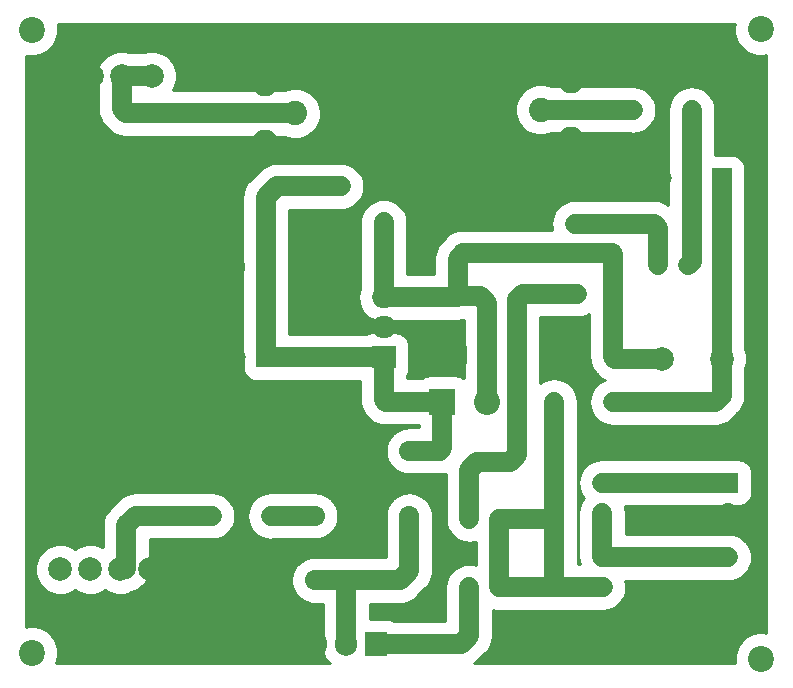
<source format=gbr>
%TF.GenerationSoftware,KiCad,Pcbnew,5.99.0+really5.1.10+dfsg1-1*%
%TF.CreationDate,2021-10-04T18:21:49+05:30*%
%TF.ProjectId,HF-PA-v3,48462d50-412d-4763-932e-6b696361645f,rev?*%
%TF.SameCoordinates,Original*%
%TF.FileFunction,Copper,L1,Top*%
%TF.FilePolarity,Positive*%
%FSLAX46Y46*%
G04 Gerber Fmt 4.6, Leading zero omitted, Abs format (unit mm)*
G04 Created by KiCad (PCBNEW 5.99.0+really5.1.10+dfsg1-1) date 2021-10-04 18:21:49*
%MOMM*%
%LPD*%
G01*
G04 APERTURE LIST*
%TA.AperFunction,ComponentPad*%
%ADD10C,1.600000*%
%TD*%
%TA.AperFunction,ComponentPad*%
%ADD11R,1.600000X1.600000*%
%TD*%
%TA.AperFunction,ComponentPad*%
%ADD12R,1.700000X1.700000*%
%TD*%
%TA.AperFunction,ComponentPad*%
%ADD13C,1.550000*%
%TD*%
%TA.AperFunction,ComponentPad*%
%ADD14R,1.550000X1.550000*%
%TD*%
%TA.AperFunction,ComponentPad*%
%ADD15O,2.200000X2.200000*%
%TD*%
%TA.AperFunction,ComponentPad*%
%ADD16R,2.200000X2.200000*%
%TD*%
%TA.AperFunction,ComponentPad*%
%ADD17C,2.000000*%
%TD*%
%TA.AperFunction,ComponentPad*%
%ADD18C,1.700000*%
%TD*%
%TA.AperFunction,ComponentPad*%
%ADD19O,1.700000X1.700000*%
%TD*%
%TA.AperFunction,ComponentPad*%
%ADD20O,2.000000X1.905000*%
%TD*%
%TA.AperFunction,ComponentPad*%
%ADD21R,2.000000X1.905000*%
%TD*%
%TA.AperFunction,ComponentPad*%
%ADD22O,1.600000X1.600000*%
%TD*%
%TA.AperFunction,ComponentPad*%
%ADD23C,2.250000*%
%TD*%
%TA.AperFunction,ComponentPad*%
%ADD24C,2.050000*%
%TD*%
%TA.AperFunction,ComponentPad*%
%ADD25O,1.905000X2.000000*%
%TD*%
%TA.AperFunction,ComponentPad*%
%ADD26R,1.905000X2.000000*%
%TD*%
%TA.AperFunction,ViaPad*%
%ADD27C,2.200000*%
%TD*%
%TA.AperFunction,Conductor*%
%ADD28C,1.700000*%
%TD*%
%TA.AperFunction,Conductor*%
%ADD29C,0.254000*%
%TD*%
%TA.AperFunction,Conductor*%
%ADD30C,0.100000*%
%TD*%
G04 APERTURE END LIST*
D10*
%TO.P,C6,2*%
%TO.N,GND*%
X103298000Y-74422000D03*
%TO.P,C6,1*%
%TO.N,+VDC*%
X98298000Y-74422000D03*
%TD*%
%TO.P,C5,2*%
%TO.N,GND*%
X89460000Y-81220000D03*
D11*
%TO.P,C5,1*%
%TO.N,+VDC*%
X91960000Y-81220000D03*
%TD*%
D12*
%TO.P,TP1,1*%
%TO.N,/DC_BIAS*%
X116360000Y-98310000D03*
%TD*%
D13*
%TO.P,RV1,3*%
%TO.N,Net-(C4-Pad2)*%
X113130000Y-80070000D03*
D14*
%TO.P,RV1,1*%
%TO.N,GND*%
X113130000Y-75070000D03*
D13*
%TO.P,RV1,2*%
%TO.N,Net-(R1-Pad1)*%
X118130000Y-77570000D03*
%TD*%
D15*
%TO.P,D1,2*%
%TO.N,Net-(C4-Pad2)*%
X110710000Y-92660000D03*
D16*
%TO.P,D1,1*%
%TO.N,+VDC*%
X106900000Y-92660000D03*
%TD*%
D13*
%TO.P,RV2,2*%
%TO.N,Net-(C3-Pad1)*%
X113210000Y-86210000D03*
D14*
%TO.P,RV2,1*%
%TO.N,GND*%
X108210000Y-88710000D03*
D13*
%TO.P,RV2,3*%
%TO.N,Net-(C4-Pad2)*%
X108210000Y-83710000D03*
%TD*%
D17*
%TO.P,L1,2*%
%TO.N,Net-(C4-Pad2)*%
X125460000Y-89020000D03*
%TO.P,L1,1*%
%TO.N,Net-(C2-Pad2)*%
X130540000Y-89020000D03*
%TD*%
D18*
%TO.P,L2,4*%
%TO.N,/DRAIN*%
X104100000Y-102310000D03*
%TO.P,L2,3*%
%TO.N,Net-(C7-Pad2)*%
X96100000Y-102310000D03*
%TO.P,L2,2*%
%TO.N,+VDC*%
X104100000Y-96810000D03*
%TO.P,L2,1*%
%TO.N,/DRAIN*%
X96100000Y-107770000D03*
%TD*%
D19*
%TO.P,Q1,3*%
%TO.N,GND*%
X125470000Y-73740000D03*
%TO.P,Q1,2*%
%TO.N,/DC_BIAS_1*%
X128010000Y-73740000D03*
D12*
%TO.P,Q1,1*%
%TO.N,Net-(C2-Pad2)*%
X130550000Y-73740000D03*
%TD*%
D10*
%TO.P,C4,2*%
%TO.N,Net-(C4-Pad2)*%
X101934000Y-77470000D03*
%TO.P,C4,1*%
%TO.N,GND*%
X106934000Y-77470000D03*
%TD*%
D20*
%TO.P,U1,3*%
%TO.N,Net-(C4-Pad2)*%
X101930000Y-83800000D03*
%TO.P,U1,2*%
%TO.N,GND*%
X101930000Y-86340000D03*
D21*
%TO.P,U1,1*%
%TO.N,+VDC*%
X101930000Y-88880000D03*
%TD*%
D22*
%TO.P,R1,2*%
%TO.N,/DC_BIAS_1*%
X127730000Y-81100000D03*
D10*
%TO.P,R1,1*%
%TO.N,Net-(R1-Pad1)*%
X125190000Y-81100000D03*
%TD*%
%TO.P,C1,2*%
%TO.N,Net-(C1-Pad2)*%
X123020000Y-67960000D03*
%TO.P,C1,1*%
%TO.N,/DC_BIAS_1*%
X128020000Y-67960000D03*
%TD*%
D17*
%TO.P,U2,8*%
%TO.N,GND*%
X74670000Y-65070000D03*
%TO.P,U2,7*%
X77210000Y-65070000D03*
%TO.P,U2,6*%
%TO.N,Net-(RF_OUT1-Pad1)*%
X79750000Y-65070000D03*
%TO.P,U2,5*%
X82290000Y-65070000D03*
%TO.P,U2,1*%
%TO.N,N/C*%
X74570000Y-106850000D03*
%TO.P,U2,2*%
X77110000Y-106850000D03*
%TO.P,U2,3*%
%TO.N,/RF_OUT*%
X79650000Y-106850000D03*
%TO.P,U2,4*%
%TO.N,GND*%
X82190000Y-106850000D03*
%TD*%
D10*
%TO.P,C3,2*%
%TO.N,GND*%
X118310000Y-88510000D03*
%TO.P,C3,1*%
%TO.N,Net-(C3-Pad1)*%
X118310000Y-83510000D03*
%TD*%
%TO.P,C7,2*%
%TO.N,Net-(C7-Pad2)*%
X92380000Y-102320000D03*
%TO.P,C7,1*%
%TO.N,/RF_OUT*%
X87380000Y-102320000D03*
%TD*%
D22*
%TO.P,R5,2*%
%TO.N,Net-(C8-Pad1)*%
X120420000Y-102060000D03*
D10*
%TO.P,R5,1*%
%TO.N,Net-(PWM1-Pad1)*%
X120420000Y-99520000D03*
%TD*%
D22*
%TO.P,R4,2*%
%TO.N,/DC_BIAS*%
X120480000Y-108360000D03*
D10*
%TO.P,R4,1*%
%TO.N,Net-(C8-Pad1)*%
X120480000Y-105820000D03*
%TD*%
D19*
%TO.P,PWM1,2*%
%TO.N,GND*%
X131110000Y-102060000D03*
D12*
%TO.P,PWM1,1*%
%TO.N,Net-(PWM1-Pad1)*%
X131110000Y-99520000D03*
%TD*%
D10*
%TO.P,C8,2*%
%TO.N,GND*%
X131130000Y-110830000D03*
%TO.P,C8,1*%
%TO.N,Net-(C8-Pad1)*%
X131130000Y-105830000D03*
%TD*%
D23*
%TO.P,RF_OUT1,2*%
%TO.N,GND*%
X91890000Y-70770000D03*
X91890000Y-65690000D03*
X96970000Y-65690000D03*
X96970000Y-70770000D03*
D24*
%TO.P,RF_OUT1,1*%
%TO.N,Net-(RF_OUT1-Pad1)*%
X94430000Y-68230000D03*
%TD*%
D22*
%TO.P,R3,2*%
%TO.N,/DC_BIAS*%
X111700000Y-108370000D03*
D10*
%TO.P,R3,1*%
%TO.N,Net-(Q2-Pad1)*%
X109160000Y-108370000D03*
%TD*%
%TO.P,C2,2*%
%TO.N,Net-(C2-Pad2)*%
X121360000Y-92680000D03*
%TO.P,C2,1*%
%TO.N,/DC_BIAS*%
X116360000Y-92680000D03*
%TD*%
D19*
%TO.P,PA1,2*%
%TO.N,GND*%
X89470000Y-88890000D03*
D12*
%TO.P,PA1,1*%
%TO.N,+VDC*%
X92010000Y-88890000D03*
%TD*%
D23*
%TO.P,RF_IN1,2*%
%TO.N,GND*%
X112700000Y-70480000D03*
X112700000Y-65400000D03*
X117780000Y-65400000D03*
X117780000Y-70480000D03*
D24*
%TO.P,RF_IN1,1*%
%TO.N,Net-(C1-Pad2)*%
X115240000Y-67940000D03*
%TD*%
D22*
%TO.P,R2,2*%
%TO.N,/DC_BIAS*%
X111720000Y-102600000D03*
D10*
%TO.P,R2,1*%
%TO.N,Net-(C3-Pad1)*%
X109180000Y-102600000D03*
%TD*%
D25*
%TO.P,Q2,3*%
%TO.N,GND*%
X96210000Y-113180000D03*
%TO.P,Q2,2*%
%TO.N,/DRAIN*%
X98750000Y-113180000D03*
D26*
%TO.P,Q2,1*%
%TO.N,Net-(Q2-Pad1)*%
X101290000Y-113180000D03*
%TD*%
D27*
%TO.N,*%
X72150000Y-113900000D03*
X133850000Y-61100000D03*
X133900000Y-114400000D03*
X72150000Y-61150000D03*
%TD*%
D28*
%TO.N,GND*%
X74670000Y-65070000D02*
X77210000Y-65070000D01*
%TO.N,+VDC*%
X106900000Y-92660000D02*
X106900000Y-96600000D01*
X106690000Y-96810000D02*
X104100000Y-96810000D01*
X106900000Y-96600000D02*
X106690000Y-96810000D01*
X101930000Y-88880000D02*
X101930000Y-92490000D01*
X102100000Y-92660000D02*
X106900000Y-92660000D01*
X101930000Y-92490000D02*
X102100000Y-92660000D01*
X92020000Y-88880000D02*
X92010000Y-88890000D01*
X101930000Y-88880000D02*
X92020000Y-88880000D01*
X91980000Y-88860000D02*
X92010000Y-88890000D01*
X91990000Y-88870000D02*
X92010000Y-88890000D01*
X91960000Y-88840000D02*
X92010000Y-88890000D01*
X91960000Y-81220000D02*
X91960000Y-88840000D01*
X91960000Y-81220000D02*
X91960000Y-75340000D01*
X91960000Y-75340000D02*
X92878000Y-74422000D01*
X92878000Y-74422000D02*
X98298000Y-74422000D01*
%TO.N,Net-(C1-Pad2)*%
X123000000Y-67940000D02*
X123020000Y-67960000D01*
X115240000Y-67940000D02*
X123000000Y-67940000D01*
%TO.N,Net-(RF_OUT1-Pad1)*%
X79750000Y-65070000D02*
X82290000Y-65070000D01*
X80080000Y-68230000D02*
X79750000Y-67900000D01*
X94430000Y-68230000D02*
X80080000Y-68230000D01*
X79750000Y-67900000D02*
X79750000Y-65070000D01*
%TO.N,Net-(C3-Pad1)*%
X113210000Y-86210000D02*
X113210000Y-83990000D01*
X113690000Y-83510000D02*
X118310000Y-83510000D01*
X113210000Y-83990000D02*
X113690000Y-83510000D01*
X109180000Y-102600000D02*
X109180000Y-98400000D01*
X109180000Y-98400000D02*
X109800000Y-97780000D01*
X109800000Y-97780000D02*
X112590000Y-97780000D01*
X113210000Y-97160000D02*
X112590000Y-97780000D01*
X113210000Y-86210000D02*
X113210000Y-97160000D01*
%TO.N,Net-(PWM1-Pad1)*%
X131110000Y-99520000D02*
X120420000Y-99520000D01*
%TO.N,/RF_OUT*%
X80139999Y-106800001D02*
X80139999Y-103120001D01*
X80090000Y-106850000D02*
X80139999Y-106800001D01*
X79650000Y-106850000D02*
X80090000Y-106850000D01*
X80940000Y-102320000D02*
X87380000Y-102320000D01*
X80139999Y-103120001D02*
X80940000Y-102320000D01*
%TO.N,/DC_BIAS_1*%
X128020000Y-73730000D02*
X128010000Y-73740000D01*
X128020000Y-67960000D02*
X128020000Y-73730000D01*
X128010000Y-80820000D02*
X127730000Y-81100000D01*
X128010000Y-73740000D02*
X128010000Y-80820000D01*
%TO.N,Net-(C2-Pad2)*%
X130550000Y-89010000D02*
X130540000Y-89020000D01*
X130550000Y-73740000D02*
X130550000Y-89010000D01*
X130540000Y-89020000D02*
X130540000Y-92160000D01*
X130020000Y-92680000D02*
X130540000Y-92160000D01*
X121360000Y-92680000D02*
X130020000Y-92680000D01*
%TO.N,/DC_BIAS*%
X111710000Y-108360000D02*
X111700000Y-108370000D01*
X111720000Y-108350000D02*
X111700000Y-108370000D01*
X111720000Y-102600000D02*
X111720000Y-108350000D01*
X120480000Y-108360000D02*
X117580000Y-108360000D01*
X116360000Y-107840000D02*
X116880000Y-108360000D01*
X116880000Y-108360000D02*
X111710000Y-108360000D01*
X117580000Y-108360000D02*
X116880000Y-108360000D01*
X111740000Y-102620000D02*
X111720000Y-102600000D01*
X116360000Y-102620000D02*
X111740000Y-102620000D01*
X116360000Y-92680000D02*
X116360000Y-102620000D01*
X116360000Y-102620000D02*
X116360000Y-107840000D01*
%TO.N,Net-(C4-Pad2)*%
X108120000Y-83800000D02*
X108210000Y-83710000D01*
X101930000Y-83800000D02*
X108120000Y-83800000D01*
X108210000Y-80530000D02*
X108210000Y-83710000D01*
X108670000Y-80070000D02*
X108210000Y-80530000D01*
X113130000Y-80070000D02*
X108670000Y-80070000D01*
X110710000Y-86830000D02*
X110710000Y-92660000D01*
X110710000Y-84320000D02*
X110710000Y-86830000D01*
X110100000Y-83710000D02*
X110710000Y-84320000D01*
X108210000Y-83710000D02*
X110100000Y-83710000D01*
X121520000Y-89020000D02*
X125460000Y-89020000D01*
X121350000Y-88850000D02*
X121520000Y-89020000D01*
X121350000Y-80160000D02*
X121350000Y-88850000D01*
X121260000Y-80070000D02*
X121350000Y-80160000D01*
X113130000Y-80070000D02*
X121260000Y-80070000D01*
X101934000Y-83796000D02*
X101930000Y-83800000D01*
X101934000Y-77470000D02*
X101934000Y-83796000D01*
%TO.N,Net-(Q2-Pad1)*%
X101290000Y-113180000D02*
X106570000Y-113180000D01*
X109160000Y-108370000D02*
X109160000Y-112470000D01*
X108450000Y-113180000D02*
X106570000Y-113180000D01*
X109160000Y-112470000D02*
X108450000Y-113180000D01*
%TO.N,Net-(R1-Pad1)*%
X125160000Y-81070000D02*
X125190000Y-81100000D01*
X125190000Y-81100000D02*
X125190000Y-77940000D01*
X124820000Y-77570000D02*
X118130000Y-77570000D01*
X125190000Y-77940000D02*
X124820000Y-77570000D01*
%TO.N,/DRAIN*%
X98790000Y-113140000D02*
X98750000Y-113180000D01*
X98740000Y-113170000D02*
X98750000Y-113180000D01*
X98770000Y-113160000D02*
X98750000Y-113180000D01*
X98750000Y-108440000D02*
X98750000Y-113180000D01*
X103300000Y-107770000D02*
X104100000Y-106970000D01*
X104100000Y-106970000D02*
X104100000Y-102310000D01*
X96100000Y-107770000D02*
X103300000Y-107770000D01*
%TO.N,Net-(C7-Pad2)*%
X92390000Y-102310000D02*
X92380000Y-102320000D01*
X96100000Y-102310000D02*
X92390000Y-102310000D01*
%TO.N,Net-(C8-Pad1)*%
X120490000Y-105830000D02*
X120480000Y-105820000D01*
X131120000Y-105820000D02*
X131130000Y-105830000D01*
X120480000Y-105820000D02*
X131120000Y-105820000D01*
X120420000Y-105760000D02*
X120480000Y-105820000D01*
X120420000Y-102060000D02*
X120420000Y-105760000D01*
%TD*%
D29*
%TO.N,GND*%
X131607000Y-60879084D02*
X131607000Y-61320916D01*
X131693197Y-61754259D01*
X131862279Y-62162459D01*
X132107748Y-62529829D01*
X132420171Y-62842252D01*
X132787541Y-63087721D01*
X133195741Y-63256803D01*
X133629084Y-63343000D01*
X134070916Y-63343000D01*
X134307000Y-63296040D01*
X134307001Y-112194014D01*
X134120916Y-112157000D01*
X133679084Y-112157000D01*
X133245741Y-112243197D01*
X132837541Y-112412279D01*
X132470171Y-112657748D01*
X132157748Y-112970171D01*
X131912279Y-113337541D01*
X131743197Y-113745741D01*
X131657000Y-114179084D01*
X131657000Y-114620916D01*
X131694014Y-114807000D01*
X109609079Y-114807000D01*
X109866082Y-114596082D01*
X109928494Y-114520033D01*
X110500033Y-113948494D01*
X110576082Y-113886082D01*
X110825137Y-113582609D01*
X111010201Y-113236378D01*
X111124163Y-112860696D01*
X111153000Y-112567908D01*
X111153000Y-112567900D01*
X111162642Y-112470000D01*
X111153000Y-112372100D01*
X111153000Y-110286748D01*
X111309304Y-110334163D01*
X111700000Y-110372642D01*
X111899435Y-110353000D01*
X116782102Y-110353000D01*
X116879999Y-110362642D01*
X116977897Y-110353000D01*
X120577908Y-110353000D01*
X120870696Y-110324163D01*
X121246378Y-110210201D01*
X121592609Y-110025137D01*
X121896082Y-109776082D01*
X122145137Y-109472609D01*
X122330201Y-109126378D01*
X122444163Y-108750696D01*
X122482643Y-108360000D01*
X122444163Y-107969304D01*
X122396749Y-107813000D01*
X130930570Y-107813000D01*
X131129999Y-107832642D01*
X131520696Y-107794162D01*
X131896378Y-107680200D01*
X132242609Y-107495136D01*
X132546082Y-107246082D01*
X132795136Y-106942609D01*
X132980200Y-106596378D01*
X133094162Y-106220696D01*
X133132642Y-105829999D01*
X133094162Y-105439304D01*
X132980200Y-105063622D01*
X132795136Y-104717391D01*
X132608495Y-104489968D01*
X132598494Y-104479967D01*
X132536082Y-104403918D01*
X132232609Y-104154863D01*
X131886378Y-103969799D01*
X131510696Y-103855837D01*
X131217908Y-103827000D01*
X131217900Y-103827000D01*
X131120000Y-103817358D01*
X131022100Y-103827000D01*
X122413000Y-103827000D01*
X122413000Y-101962092D01*
X122384163Y-101669304D01*
X122336749Y-101513000D01*
X130203854Y-101513000D01*
X130260000Y-101518530D01*
X131960000Y-101518530D01*
X132184067Y-101496461D01*
X132399523Y-101431103D01*
X132598089Y-101324968D01*
X132772133Y-101182133D01*
X132914968Y-101008089D01*
X133021103Y-100809523D01*
X133086461Y-100594067D01*
X133108530Y-100370000D01*
X133108530Y-99561760D01*
X133112643Y-99520000D01*
X133108530Y-99478240D01*
X133108530Y-98670000D01*
X133086461Y-98445933D01*
X133021103Y-98230477D01*
X132914968Y-98031911D01*
X132772133Y-97857867D01*
X132598089Y-97715032D01*
X132399523Y-97608897D01*
X132184067Y-97543539D01*
X131960000Y-97521470D01*
X130260000Y-97521470D01*
X130203854Y-97527000D01*
X120322092Y-97527000D01*
X120029304Y-97555837D01*
X119653622Y-97669799D01*
X119307391Y-97854863D01*
X119003918Y-98103918D01*
X118754863Y-98407391D01*
X118569799Y-98753622D01*
X118455837Y-99129304D01*
X118417357Y-99520000D01*
X118455837Y-99910696D01*
X118569799Y-100286378D01*
X118754863Y-100632609D01*
X118884031Y-100790000D01*
X118754863Y-100947391D01*
X118569799Y-101293623D01*
X118455837Y-101669305D01*
X118427000Y-101962093D01*
X118427001Y-105662090D01*
X118417358Y-105760000D01*
X118455837Y-106150696D01*
X118521453Y-106367000D01*
X118353000Y-106367000D01*
X118353000Y-102717908D01*
X118362643Y-102620000D01*
X118353000Y-102522092D01*
X118353000Y-99216146D01*
X118358530Y-99160000D01*
X118358530Y-97460000D01*
X118353000Y-97403854D01*
X118353000Y-92582092D01*
X118324163Y-92289304D01*
X118210201Y-91913622D01*
X118025137Y-91567391D01*
X117776082Y-91263918D01*
X117472609Y-91014863D01*
X117126377Y-90829799D01*
X116750695Y-90715837D01*
X116360000Y-90677357D01*
X115969304Y-90715837D01*
X115593622Y-90829799D01*
X115247391Y-91014863D01*
X115203000Y-91051294D01*
X115203000Y-85503000D01*
X118407908Y-85503000D01*
X118700696Y-85474163D01*
X119076378Y-85360201D01*
X119357001Y-85210205D01*
X119357001Y-88752090D01*
X119347358Y-88850000D01*
X119385837Y-89240696D01*
X119499800Y-89616378D01*
X119684864Y-89962609D01*
X119871505Y-90190032D01*
X119871511Y-90190038D01*
X119933919Y-90266082D01*
X120009963Y-90328490D01*
X120041506Y-90360033D01*
X120103918Y-90436082D01*
X120407391Y-90685137D01*
X120647473Y-90813463D01*
X120593622Y-90829799D01*
X120247391Y-91014863D01*
X119943918Y-91263918D01*
X119694863Y-91567391D01*
X119509799Y-91913622D01*
X119395837Y-92289304D01*
X119357357Y-92680000D01*
X119395837Y-93070696D01*
X119509799Y-93446378D01*
X119694863Y-93792609D01*
X119943918Y-94096082D01*
X120247391Y-94345137D01*
X120593622Y-94530201D01*
X120969304Y-94644163D01*
X121262092Y-94673000D01*
X129922100Y-94673000D01*
X130020000Y-94682642D01*
X130117900Y-94673000D01*
X130117908Y-94673000D01*
X130410696Y-94644163D01*
X130786378Y-94530201D01*
X131132609Y-94345137D01*
X131436082Y-94096082D01*
X131498494Y-94020033D01*
X131880033Y-93638494D01*
X131956082Y-93576082D01*
X132205137Y-93272609D01*
X132390201Y-92926378D01*
X132504163Y-92550696D01*
X132533000Y-92257908D01*
X132533000Y-92257898D01*
X132542642Y-92160001D01*
X132533000Y-92062103D01*
X132533000Y-89808402D01*
X132600646Y-89645090D01*
X132683000Y-89231067D01*
X132683000Y-88808933D01*
X132600646Y-88394910D01*
X132543000Y-88255741D01*
X132543000Y-74646146D01*
X132548530Y-74590000D01*
X132548530Y-72890000D01*
X132526461Y-72665933D01*
X132461103Y-72450477D01*
X132354968Y-72251911D01*
X132212133Y-72077867D01*
X132038089Y-71935032D01*
X131839523Y-71828897D01*
X131624067Y-71763539D01*
X131400000Y-71741470D01*
X130591760Y-71741470D01*
X130550000Y-71737357D01*
X130508240Y-71741470D01*
X130013000Y-71741470D01*
X130013000Y-67862092D01*
X129984163Y-67569304D01*
X129870201Y-67193622D01*
X129685137Y-66847391D01*
X129436082Y-66543918D01*
X129132609Y-66294863D01*
X128786377Y-66109799D01*
X128410695Y-65995837D01*
X128020000Y-65957357D01*
X127629304Y-65995837D01*
X127253622Y-66109799D01*
X126907391Y-66294863D01*
X126603918Y-66543918D01*
X126354863Y-66847391D01*
X126169799Y-67193623D01*
X126055837Y-67569305D01*
X126027000Y-67862093D01*
X126027001Y-73493429D01*
X126017000Y-73543707D01*
X126017000Y-73642100D01*
X126007358Y-73740000D01*
X126017000Y-73837900D01*
X126017000Y-75974121D01*
X125932609Y-75904863D01*
X125586378Y-75719799D01*
X125210696Y-75605837D01*
X124917908Y-75577000D01*
X124917900Y-75577000D01*
X124820000Y-75567358D01*
X124722100Y-75577000D01*
X118032092Y-75577000D01*
X117739304Y-75605837D01*
X117363622Y-75719799D01*
X117017391Y-75904863D01*
X116713918Y-76153918D01*
X116464863Y-76457391D01*
X116279799Y-76803622D01*
X116165837Y-77179304D01*
X116127357Y-77570000D01*
X116165837Y-77960696D01*
X116201117Y-78077000D01*
X108767897Y-78077000D01*
X108669999Y-78067358D01*
X108572102Y-78077000D01*
X108572092Y-78077000D01*
X108279304Y-78105837D01*
X107903622Y-78219799D01*
X107557391Y-78404863D01*
X107253918Y-78653918D01*
X107191506Y-78729967D01*
X106869967Y-79051506D01*
X106793918Y-79113918D01*
X106544863Y-79417391D01*
X106359799Y-79763623D01*
X106245837Y-80139305D01*
X106217000Y-80432093D01*
X106217000Y-80432100D01*
X106207358Y-80530000D01*
X106217000Y-80627901D01*
X106217000Y-81807000D01*
X103927000Y-81807000D01*
X103927000Y-77372092D01*
X103898163Y-77079304D01*
X103784201Y-76703622D01*
X103599137Y-76357391D01*
X103350082Y-76053918D01*
X103046609Y-75804863D01*
X102700377Y-75619799D01*
X102324695Y-75505837D01*
X101934000Y-75467357D01*
X101543304Y-75505837D01*
X101167622Y-75619799D01*
X100821391Y-75804863D01*
X100517918Y-76053918D01*
X100268863Y-76357391D01*
X100083799Y-76703623D01*
X99969837Y-77079305D01*
X99941000Y-77372093D01*
X99941001Y-82986989D01*
X99937143Y-82994207D01*
X99817320Y-83389210D01*
X99776861Y-83800000D01*
X99817320Y-84210790D01*
X99937143Y-84605793D01*
X100131725Y-84969830D01*
X100393588Y-85288912D01*
X100712670Y-85550775D01*
X101076707Y-85745357D01*
X101471710Y-85865180D01*
X101779556Y-85895500D01*
X102080444Y-85895500D01*
X102388290Y-85865180D01*
X102626235Y-85793000D01*
X108022100Y-85793000D01*
X108120000Y-85802642D01*
X108217900Y-85793000D01*
X108217908Y-85793000D01*
X108510696Y-85764163D01*
X108712323Y-85703000D01*
X108717001Y-85703000D01*
X108717001Y-86732084D01*
X108717000Y-86732093D01*
X108717001Y-90669793D01*
X108638089Y-90605032D01*
X108439523Y-90498897D01*
X108224067Y-90433539D01*
X108000000Y-90411470D01*
X105800000Y-90411470D01*
X105575933Y-90433539D01*
X105360477Y-90498897D01*
X105161911Y-90605032D01*
X105086403Y-90667000D01*
X103923000Y-90667000D01*
X103923000Y-90399436D01*
X103991103Y-90272023D01*
X104056461Y-90056567D01*
X104078530Y-89832500D01*
X104078530Y-87927500D01*
X104056461Y-87703433D01*
X103991103Y-87487977D01*
X103884968Y-87289411D01*
X103742133Y-87115367D01*
X103568089Y-86972532D01*
X103369523Y-86866397D01*
X103154067Y-86801039D01*
X102930000Y-86778970D01*
X100930000Y-86778970D01*
X100705933Y-86801039D01*
X100490477Y-86866397D01*
X100451931Y-86887000D01*
X93953000Y-86887000D01*
X93953000Y-76415000D01*
X98395908Y-76415000D01*
X98688696Y-76386163D01*
X99064378Y-76272201D01*
X99410609Y-76087137D01*
X99714082Y-75838082D01*
X99963137Y-75534609D01*
X100148201Y-75188378D01*
X100262163Y-74812696D01*
X100300643Y-74422000D01*
X100262163Y-74031304D01*
X100148201Y-73655622D01*
X99963137Y-73309391D01*
X99714082Y-73005918D01*
X99410609Y-72756863D01*
X99064378Y-72571799D01*
X98688696Y-72457837D01*
X98395908Y-72429000D01*
X92975897Y-72429000D01*
X92877999Y-72419358D01*
X92780102Y-72429000D01*
X92780092Y-72429000D01*
X92487304Y-72457837D01*
X92111622Y-72571799D01*
X91765391Y-72756863D01*
X91461918Y-73005918D01*
X91399506Y-73081967D01*
X90619963Y-73861510D01*
X90543919Y-73923918D01*
X90481511Y-73999962D01*
X90481505Y-73999968D01*
X90294864Y-74227391D01*
X90109800Y-74573622D01*
X89995837Y-74949304D01*
X89957358Y-75340000D01*
X89967001Y-75437910D01*
X89967000Y-81122092D01*
X89967000Y-81122093D01*
X89967001Y-88742090D01*
X89957358Y-88840000D01*
X89995837Y-89230696D01*
X90011470Y-89282231D01*
X90011470Y-89740000D01*
X90033539Y-89964067D01*
X90098897Y-90179523D01*
X90205032Y-90378089D01*
X90347867Y-90552133D01*
X90521911Y-90694968D01*
X90720477Y-90801103D01*
X90935933Y-90866461D01*
X91160000Y-90888530D01*
X91968249Y-90888530D01*
X92009999Y-90892642D01*
X92010000Y-90892642D01*
X92051751Y-90888530D01*
X92860000Y-90888530D01*
X93017676Y-90873000D01*
X99937001Y-90873000D01*
X99937001Y-92392090D01*
X99927358Y-92490000D01*
X99965837Y-92880696D01*
X100079800Y-93256378D01*
X100264864Y-93602609D01*
X100451505Y-93830032D01*
X100451511Y-93830038D01*
X100513919Y-93906082D01*
X100589963Y-93968490D01*
X100621506Y-94000033D01*
X100683918Y-94076082D01*
X100987391Y-94325137D01*
X101333622Y-94510201D01*
X101709304Y-94624163D01*
X102002092Y-94653000D01*
X102002102Y-94653000D01*
X102099999Y-94662642D01*
X102197897Y-94653000D01*
X104907001Y-94653000D01*
X104907001Y-94817000D01*
X103903707Y-94817000D01*
X103807213Y-94836194D01*
X103709304Y-94845837D01*
X103615158Y-94874396D01*
X103518663Y-94893590D01*
X103427769Y-94931240D01*
X103333622Y-94959799D01*
X103246852Y-95006179D01*
X103155961Y-95043827D01*
X103074163Y-95098482D01*
X102987391Y-95144863D01*
X102911337Y-95207279D01*
X102829537Y-95261936D01*
X102759967Y-95331506D01*
X102683918Y-95393918D01*
X102621506Y-95469967D01*
X102551936Y-95539537D01*
X102497279Y-95621337D01*
X102434863Y-95697391D01*
X102388482Y-95784163D01*
X102333827Y-95865961D01*
X102296179Y-95956852D01*
X102249799Y-96043622D01*
X102221240Y-96137769D01*
X102183590Y-96228663D01*
X102164396Y-96325158D01*
X102135837Y-96419304D01*
X102126194Y-96517213D01*
X102107000Y-96613707D01*
X102107000Y-96712092D01*
X102097357Y-96810000D01*
X102107000Y-96907908D01*
X102107000Y-97006293D01*
X102126194Y-97102787D01*
X102135837Y-97200696D01*
X102164396Y-97294842D01*
X102183590Y-97391337D01*
X102221240Y-97482231D01*
X102249799Y-97576378D01*
X102296179Y-97663148D01*
X102333827Y-97754039D01*
X102388482Y-97835837D01*
X102434863Y-97922609D01*
X102497279Y-97998663D01*
X102551936Y-98080463D01*
X102621506Y-98150033D01*
X102683918Y-98226082D01*
X102759967Y-98288494D01*
X102829537Y-98358064D01*
X102911337Y-98412721D01*
X102987391Y-98475137D01*
X103074163Y-98521518D01*
X103155961Y-98576173D01*
X103246852Y-98613821D01*
X103333622Y-98660201D01*
X103427769Y-98688760D01*
X103518663Y-98726410D01*
X103615158Y-98745604D01*
X103709304Y-98774163D01*
X103807213Y-98783806D01*
X103903707Y-98803000D01*
X106592100Y-98803000D01*
X106690000Y-98812642D01*
X106787900Y-98803000D01*
X106787908Y-98803000D01*
X107080696Y-98774163D01*
X107187001Y-98741916D01*
X107187000Y-102697907D01*
X107215837Y-102990695D01*
X107329799Y-103366377D01*
X107514863Y-103712609D01*
X107763918Y-104016082D01*
X108067391Y-104265137D01*
X108413622Y-104450201D01*
X108789304Y-104564163D01*
X109180000Y-104602643D01*
X109570695Y-104564163D01*
X109727000Y-104516748D01*
X109727001Y-106459319D01*
X109550695Y-106405837D01*
X109160000Y-106367357D01*
X108769304Y-106405837D01*
X108393622Y-106519799D01*
X108047391Y-106704863D01*
X107743918Y-106953918D01*
X107494863Y-107257391D01*
X107309799Y-107603623D01*
X107195837Y-107979305D01*
X107167000Y-108272093D01*
X107167001Y-111187000D01*
X102809436Y-111187000D01*
X102682023Y-111118897D01*
X102466567Y-111053539D01*
X102242500Y-111031470D01*
X100743000Y-111031470D01*
X100743000Y-109763000D01*
X103202100Y-109763000D01*
X103300000Y-109772642D01*
X103397900Y-109763000D01*
X103397908Y-109763000D01*
X103690696Y-109734163D01*
X104066378Y-109620201D01*
X104412609Y-109435137D01*
X104716082Y-109186082D01*
X104778494Y-109110033D01*
X105440033Y-108448494D01*
X105516082Y-108386082D01*
X105765137Y-108082609D01*
X105950201Y-107736378D01*
X106044615Y-107425137D01*
X106064163Y-107360697D01*
X106070289Y-107298495D01*
X106093000Y-107067908D01*
X106093000Y-107067900D01*
X106102642Y-106970000D01*
X106093000Y-106872100D01*
X106093000Y-102113707D01*
X106073806Y-102017213D01*
X106064163Y-101919304D01*
X106035604Y-101825158D01*
X106016410Y-101728663D01*
X105978760Y-101637769D01*
X105950201Y-101543622D01*
X105903821Y-101456852D01*
X105866173Y-101365961D01*
X105811518Y-101284163D01*
X105765137Y-101197391D01*
X105702721Y-101121337D01*
X105648064Y-101039537D01*
X105578494Y-100969967D01*
X105516082Y-100893918D01*
X105440032Y-100831505D01*
X105370463Y-100761936D01*
X105288663Y-100707279D01*
X105212609Y-100644863D01*
X105125837Y-100598482D01*
X105044039Y-100543827D01*
X104953148Y-100506179D01*
X104866378Y-100459799D01*
X104772231Y-100431240D01*
X104681337Y-100393590D01*
X104584842Y-100374396D01*
X104490696Y-100345837D01*
X104392787Y-100336194D01*
X104296293Y-100317000D01*
X104197908Y-100317000D01*
X104100000Y-100307357D01*
X104002093Y-100317000D01*
X103903707Y-100317000D01*
X103807212Y-100336194D01*
X103709305Y-100345837D01*
X103615160Y-100374395D01*
X103518663Y-100393590D01*
X103427766Y-100431241D01*
X103333623Y-100459799D01*
X103246856Y-100506177D01*
X103155961Y-100543827D01*
X103074159Y-100598485D01*
X102987392Y-100644863D01*
X102911343Y-100707275D01*
X102829537Y-100761936D01*
X102759963Y-100831510D01*
X102683919Y-100893918D01*
X102621511Y-100969962D01*
X102551936Y-101039537D01*
X102497274Y-101121344D01*
X102434864Y-101197391D01*
X102388487Y-101284156D01*
X102333827Y-101365961D01*
X102296175Y-101456860D01*
X102249800Y-101543622D01*
X102221244Y-101637760D01*
X102183590Y-101728663D01*
X102164394Y-101825167D01*
X102135838Y-101919304D01*
X102126196Y-102017203D01*
X102107000Y-102113707D01*
X102107000Y-102506293D01*
X102107001Y-102506298D01*
X102107000Y-105777000D01*
X95903707Y-105777000D01*
X95807213Y-105796194D01*
X95709304Y-105805837D01*
X95615158Y-105834396D01*
X95518663Y-105853590D01*
X95427769Y-105891240D01*
X95333622Y-105919799D01*
X95246852Y-105966179D01*
X95155961Y-106003827D01*
X95074163Y-106058482D01*
X94987391Y-106104863D01*
X94911337Y-106167279D01*
X94829537Y-106221936D01*
X94759967Y-106291506D01*
X94683918Y-106353918D01*
X94621506Y-106429967D01*
X94551936Y-106499537D01*
X94497279Y-106581337D01*
X94434863Y-106657391D01*
X94388482Y-106744163D01*
X94333827Y-106825961D01*
X94296179Y-106916852D01*
X94249799Y-107003622D01*
X94221240Y-107097769D01*
X94183590Y-107188663D01*
X94164396Y-107285158D01*
X94135837Y-107379304D01*
X94126194Y-107477213D01*
X94107000Y-107573707D01*
X94107000Y-107672092D01*
X94097357Y-107770000D01*
X94107000Y-107867908D01*
X94107000Y-107966293D01*
X94126194Y-108062787D01*
X94135837Y-108160696D01*
X94164396Y-108254842D01*
X94183590Y-108351337D01*
X94221240Y-108442231D01*
X94249799Y-108536378D01*
X94296179Y-108623148D01*
X94333827Y-108714039D01*
X94388482Y-108795837D01*
X94434863Y-108882609D01*
X94497279Y-108958663D01*
X94551936Y-109040463D01*
X94621506Y-109110033D01*
X94683918Y-109186082D01*
X94759967Y-109248494D01*
X94829537Y-109318064D01*
X94911337Y-109372721D01*
X94987391Y-109435137D01*
X95074163Y-109481518D01*
X95155961Y-109536173D01*
X95246852Y-109573821D01*
X95333622Y-109620201D01*
X95427769Y-109648760D01*
X95518663Y-109686410D01*
X95615158Y-109705604D01*
X95709304Y-109734163D01*
X95807213Y-109743806D01*
X95903707Y-109763000D01*
X96757000Y-109763000D01*
X96757001Y-112483762D01*
X96684820Y-112721710D01*
X96654500Y-113029556D01*
X96654500Y-113330443D01*
X96684820Y-113638289D01*
X96804643Y-114033292D01*
X96999225Y-114397330D01*
X97261088Y-114716412D01*
X97371470Y-114807000D01*
X74202114Y-114807000D01*
X74306803Y-114554259D01*
X74393000Y-114120916D01*
X74393000Y-113679084D01*
X74306803Y-113245741D01*
X74137721Y-112837541D01*
X73892252Y-112470171D01*
X73579829Y-112157748D01*
X73212459Y-111912279D01*
X72804259Y-111743197D01*
X72370916Y-111657000D01*
X71929084Y-111657000D01*
X71693000Y-111703960D01*
X71693000Y-106638933D01*
X72427000Y-106638933D01*
X72427000Y-107061067D01*
X72509354Y-107475090D01*
X72670898Y-107865091D01*
X72905423Y-108216083D01*
X73203917Y-108514577D01*
X73554909Y-108749102D01*
X73944910Y-108910646D01*
X74358933Y-108993000D01*
X74781067Y-108993000D01*
X75195090Y-108910646D01*
X75585091Y-108749102D01*
X75840000Y-108578778D01*
X76094909Y-108749102D01*
X76484910Y-108910646D01*
X76898933Y-108993000D01*
X77321067Y-108993000D01*
X77735090Y-108910646D01*
X78125091Y-108749102D01*
X78380000Y-108578778D01*
X78634909Y-108749102D01*
X79024910Y-108910646D01*
X79438933Y-108993000D01*
X79861067Y-108993000D01*
X80275090Y-108910646D01*
X80582782Y-108783195D01*
X80856378Y-108700201D01*
X81202609Y-108515137D01*
X81506082Y-108266082D01*
X81528619Y-108238620D01*
X81556081Y-108216083D01*
X81805136Y-107912610D01*
X81990200Y-107566379D01*
X82104162Y-107190697D01*
X82132999Y-106897909D01*
X82132999Y-106897899D01*
X82142641Y-106800002D01*
X82132999Y-106702104D01*
X82132999Y-104313000D01*
X87477908Y-104313000D01*
X87770696Y-104284163D01*
X88146378Y-104170201D01*
X88492609Y-103985137D01*
X88796082Y-103736082D01*
X89045137Y-103432609D01*
X89230201Y-103086378D01*
X89344163Y-102710696D01*
X89382643Y-102320000D01*
X90377358Y-102320000D01*
X90415837Y-102710696D01*
X90529800Y-103086378D01*
X90714864Y-103432609D01*
X90963918Y-103736082D01*
X91267391Y-103985136D01*
X91613622Y-104170200D01*
X91989304Y-104284163D01*
X92380000Y-104322642D01*
X92579435Y-104303000D01*
X96296293Y-104303000D01*
X96392787Y-104283806D01*
X96490696Y-104274163D01*
X96584842Y-104245604D01*
X96681337Y-104226410D01*
X96772231Y-104188760D01*
X96866378Y-104160201D01*
X96953148Y-104113821D01*
X97044039Y-104076173D01*
X97125837Y-104021518D01*
X97212609Y-103975137D01*
X97288663Y-103912721D01*
X97370463Y-103858064D01*
X97440033Y-103788494D01*
X97516082Y-103726082D01*
X97578495Y-103650032D01*
X97648064Y-103580463D01*
X97702721Y-103498663D01*
X97765137Y-103422609D01*
X97811518Y-103335837D01*
X97866173Y-103254039D01*
X97903821Y-103163148D01*
X97950201Y-103076378D01*
X97978760Y-102982231D01*
X98016410Y-102891337D01*
X98035604Y-102794842D01*
X98064163Y-102700696D01*
X98073806Y-102602787D01*
X98093000Y-102506293D01*
X98093000Y-102407908D01*
X98102643Y-102310000D01*
X98093000Y-102212092D01*
X98093000Y-102113707D01*
X98073806Y-102017213D01*
X98064163Y-101919304D01*
X98035604Y-101825158D01*
X98016410Y-101728663D01*
X97978760Y-101637769D01*
X97950201Y-101543622D01*
X97903821Y-101456852D01*
X97866173Y-101365961D01*
X97811518Y-101284163D01*
X97765137Y-101197391D01*
X97702721Y-101121337D01*
X97648064Y-101039537D01*
X97578494Y-100969967D01*
X97516082Y-100893918D01*
X97440032Y-100831505D01*
X97370463Y-100761936D01*
X97288663Y-100707279D01*
X97212609Y-100644863D01*
X97125837Y-100598482D01*
X97044039Y-100543827D01*
X96953148Y-100506179D01*
X96866378Y-100459799D01*
X96772231Y-100431240D01*
X96681337Y-100393590D01*
X96584842Y-100374396D01*
X96490696Y-100345837D01*
X96392787Y-100336194D01*
X96296293Y-100317000D01*
X92487897Y-100317000D01*
X92389999Y-100307358D01*
X92292102Y-100317000D01*
X92292092Y-100317000D01*
X91999304Y-100345837D01*
X91623622Y-100459799D01*
X91277391Y-100644863D01*
X90973918Y-100893918D01*
X90911506Y-100969967D01*
X90901505Y-100979968D01*
X90714864Y-101207391D01*
X90529800Y-101553622D01*
X90415837Y-101929304D01*
X90377358Y-102320000D01*
X89382643Y-102320000D01*
X89344163Y-101929304D01*
X89230201Y-101553622D01*
X89045137Y-101207391D01*
X88796082Y-100903918D01*
X88492609Y-100654863D01*
X88146378Y-100469799D01*
X87770696Y-100355837D01*
X87477908Y-100327000D01*
X81037897Y-100327000D01*
X80939999Y-100317358D01*
X80842102Y-100327000D01*
X80842092Y-100327000D01*
X80549304Y-100355837D01*
X80173622Y-100469799D01*
X79827391Y-100654863D01*
X79523918Y-100903918D01*
X79461506Y-100979967D01*
X78799962Y-101641511D01*
X78723918Y-101703919D01*
X78661510Y-101779963D01*
X78661504Y-101779969D01*
X78474863Y-102007392D01*
X78289799Y-102353623D01*
X78175836Y-102729305D01*
X78137357Y-103120001D01*
X78147000Y-103217911D01*
X78146999Y-104965537D01*
X78125091Y-104950898D01*
X77735090Y-104789354D01*
X77321067Y-104707000D01*
X76898933Y-104707000D01*
X76484910Y-104789354D01*
X76094909Y-104950898D01*
X75840000Y-105121222D01*
X75585091Y-104950898D01*
X75195090Y-104789354D01*
X74781067Y-104707000D01*
X74358933Y-104707000D01*
X73944910Y-104789354D01*
X73554909Y-104950898D01*
X73203917Y-105185423D01*
X72905423Y-105483917D01*
X72670898Y-105834909D01*
X72509354Y-106224910D01*
X72427000Y-106638933D01*
X71693000Y-106638933D01*
X71693000Y-64858933D01*
X77607000Y-64858933D01*
X77607000Y-65281067D01*
X77689354Y-65695090D01*
X77757001Y-65858403D01*
X77757000Y-67802099D01*
X77747358Y-67900000D01*
X77757000Y-67997900D01*
X77757000Y-67997907D01*
X77785837Y-68290695D01*
X77899799Y-68666377D01*
X78084863Y-69012609D01*
X78333918Y-69316082D01*
X78409969Y-69378496D01*
X78601502Y-69570029D01*
X78663918Y-69646082D01*
X78967391Y-69895137D01*
X79313622Y-70080201D01*
X79689304Y-70194163D01*
X79982092Y-70223000D01*
X79982102Y-70223000D01*
X80079999Y-70232642D01*
X80177896Y-70223000D01*
X93576270Y-70223000D01*
X93797618Y-70314685D01*
X94216471Y-70398000D01*
X94643529Y-70398000D01*
X95062382Y-70314685D01*
X95456933Y-70151257D01*
X95812019Y-69913996D01*
X96113996Y-69612019D01*
X96351257Y-69256933D01*
X96514685Y-68862382D01*
X96598000Y-68443529D01*
X96598000Y-68016471D01*
X96540316Y-67726471D01*
X113072000Y-67726471D01*
X113072000Y-68153529D01*
X113155315Y-68572382D01*
X113318743Y-68966933D01*
X113556004Y-69322019D01*
X113857981Y-69623996D01*
X114213067Y-69861257D01*
X114607618Y-70024685D01*
X115026471Y-70108000D01*
X115453529Y-70108000D01*
X115872382Y-70024685D01*
X116093730Y-69933000D01*
X122719038Y-69933000D01*
X123019999Y-69962642D01*
X123410696Y-69924162D01*
X123786378Y-69810200D01*
X124132608Y-69625136D01*
X124436082Y-69376082D01*
X124685136Y-69072608D01*
X124870200Y-68726378D01*
X124984162Y-68350696D01*
X125022642Y-67959999D01*
X124984162Y-67569304D01*
X124870200Y-67193622D01*
X124685136Y-66847391D01*
X124498495Y-66619968D01*
X124478494Y-66599967D01*
X124416082Y-66523918D01*
X124112609Y-66274863D01*
X123766378Y-66089799D01*
X123390696Y-65975837D01*
X123097908Y-65947000D01*
X123097900Y-65947000D01*
X123000000Y-65937358D01*
X122902100Y-65947000D01*
X116093730Y-65947000D01*
X115872382Y-65855315D01*
X115453529Y-65772000D01*
X115026471Y-65772000D01*
X114607618Y-65855315D01*
X114213067Y-66018743D01*
X113857981Y-66256004D01*
X113556004Y-66557981D01*
X113318743Y-66913067D01*
X113155315Y-67307618D01*
X113072000Y-67726471D01*
X96540316Y-67726471D01*
X96514685Y-67597618D01*
X96351257Y-67203067D01*
X96113996Y-66847981D01*
X95812019Y-66546004D01*
X95456933Y-66308743D01*
X95062382Y-66145315D01*
X94643529Y-66062000D01*
X94216471Y-66062000D01*
X93797618Y-66145315D01*
X93576270Y-66237000D01*
X84087600Y-66237000D01*
X84189102Y-66085091D01*
X84350646Y-65695090D01*
X84433000Y-65281067D01*
X84433000Y-64858933D01*
X84350646Y-64444910D01*
X84189102Y-64054909D01*
X83954577Y-63703917D01*
X83656083Y-63405423D01*
X83305091Y-63170898D01*
X82915090Y-63009354D01*
X82501067Y-62927000D01*
X82078933Y-62927000D01*
X81664910Y-63009354D01*
X81501598Y-63077000D01*
X80538402Y-63077000D01*
X80375090Y-63009354D01*
X79961067Y-62927000D01*
X79538933Y-62927000D01*
X79124910Y-63009354D01*
X78734909Y-63170898D01*
X78383917Y-63405423D01*
X78085423Y-63703917D01*
X77850898Y-64054909D01*
X77689354Y-64444910D01*
X77607000Y-64858933D01*
X71693000Y-64858933D01*
X71693000Y-63346040D01*
X71929084Y-63393000D01*
X72370916Y-63393000D01*
X72804259Y-63306803D01*
X73212459Y-63137721D01*
X73579829Y-62892252D01*
X73892252Y-62579829D01*
X74137721Y-62212459D01*
X74306803Y-61804259D01*
X74393000Y-61370916D01*
X74393000Y-60929084D01*
X74346040Y-60693000D01*
X131644014Y-60693000D01*
X131607000Y-60879084D01*
%TA.AperFunction,Conductor*%
D30*
G36*
X131607000Y-60879084D02*
G01*
X131607000Y-61320916D01*
X131693197Y-61754259D01*
X131862279Y-62162459D01*
X132107748Y-62529829D01*
X132420171Y-62842252D01*
X132787541Y-63087721D01*
X133195741Y-63256803D01*
X133629084Y-63343000D01*
X134070916Y-63343000D01*
X134307000Y-63296040D01*
X134307001Y-112194014D01*
X134120916Y-112157000D01*
X133679084Y-112157000D01*
X133245741Y-112243197D01*
X132837541Y-112412279D01*
X132470171Y-112657748D01*
X132157748Y-112970171D01*
X131912279Y-113337541D01*
X131743197Y-113745741D01*
X131657000Y-114179084D01*
X131657000Y-114620916D01*
X131694014Y-114807000D01*
X109609079Y-114807000D01*
X109866082Y-114596082D01*
X109928494Y-114520033D01*
X110500033Y-113948494D01*
X110576082Y-113886082D01*
X110825137Y-113582609D01*
X111010201Y-113236378D01*
X111124163Y-112860696D01*
X111153000Y-112567908D01*
X111153000Y-112567900D01*
X111162642Y-112470000D01*
X111153000Y-112372100D01*
X111153000Y-110286748D01*
X111309304Y-110334163D01*
X111700000Y-110372642D01*
X111899435Y-110353000D01*
X116782102Y-110353000D01*
X116879999Y-110362642D01*
X116977897Y-110353000D01*
X120577908Y-110353000D01*
X120870696Y-110324163D01*
X121246378Y-110210201D01*
X121592609Y-110025137D01*
X121896082Y-109776082D01*
X122145137Y-109472609D01*
X122330201Y-109126378D01*
X122444163Y-108750696D01*
X122482643Y-108360000D01*
X122444163Y-107969304D01*
X122396749Y-107813000D01*
X130930570Y-107813000D01*
X131129999Y-107832642D01*
X131520696Y-107794162D01*
X131896378Y-107680200D01*
X132242609Y-107495136D01*
X132546082Y-107246082D01*
X132795136Y-106942609D01*
X132980200Y-106596378D01*
X133094162Y-106220696D01*
X133132642Y-105829999D01*
X133094162Y-105439304D01*
X132980200Y-105063622D01*
X132795136Y-104717391D01*
X132608495Y-104489968D01*
X132598494Y-104479967D01*
X132536082Y-104403918D01*
X132232609Y-104154863D01*
X131886378Y-103969799D01*
X131510696Y-103855837D01*
X131217908Y-103827000D01*
X131217900Y-103827000D01*
X131120000Y-103817358D01*
X131022100Y-103827000D01*
X122413000Y-103827000D01*
X122413000Y-101962092D01*
X122384163Y-101669304D01*
X122336749Y-101513000D01*
X130203854Y-101513000D01*
X130260000Y-101518530D01*
X131960000Y-101518530D01*
X132184067Y-101496461D01*
X132399523Y-101431103D01*
X132598089Y-101324968D01*
X132772133Y-101182133D01*
X132914968Y-101008089D01*
X133021103Y-100809523D01*
X133086461Y-100594067D01*
X133108530Y-100370000D01*
X133108530Y-99561760D01*
X133112643Y-99520000D01*
X133108530Y-99478240D01*
X133108530Y-98670000D01*
X133086461Y-98445933D01*
X133021103Y-98230477D01*
X132914968Y-98031911D01*
X132772133Y-97857867D01*
X132598089Y-97715032D01*
X132399523Y-97608897D01*
X132184067Y-97543539D01*
X131960000Y-97521470D01*
X130260000Y-97521470D01*
X130203854Y-97527000D01*
X120322092Y-97527000D01*
X120029304Y-97555837D01*
X119653622Y-97669799D01*
X119307391Y-97854863D01*
X119003918Y-98103918D01*
X118754863Y-98407391D01*
X118569799Y-98753622D01*
X118455837Y-99129304D01*
X118417357Y-99520000D01*
X118455837Y-99910696D01*
X118569799Y-100286378D01*
X118754863Y-100632609D01*
X118884031Y-100790000D01*
X118754863Y-100947391D01*
X118569799Y-101293623D01*
X118455837Y-101669305D01*
X118427000Y-101962093D01*
X118427001Y-105662090D01*
X118417358Y-105760000D01*
X118455837Y-106150696D01*
X118521453Y-106367000D01*
X118353000Y-106367000D01*
X118353000Y-102717908D01*
X118362643Y-102620000D01*
X118353000Y-102522092D01*
X118353000Y-99216146D01*
X118358530Y-99160000D01*
X118358530Y-97460000D01*
X118353000Y-97403854D01*
X118353000Y-92582092D01*
X118324163Y-92289304D01*
X118210201Y-91913622D01*
X118025137Y-91567391D01*
X117776082Y-91263918D01*
X117472609Y-91014863D01*
X117126377Y-90829799D01*
X116750695Y-90715837D01*
X116360000Y-90677357D01*
X115969304Y-90715837D01*
X115593622Y-90829799D01*
X115247391Y-91014863D01*
X115203000Y-91051294D01*
X115203000Y-85503000D01*
X118407908Y-85503000D01*
X118700696Y-85474163D01*
X119076378Y-85360201D01*
X119357001Y-85210205D01*
X119357001Y-88752090D01*
X119347358Y-88850000D01*
X119385837Y-89240696D01*
X119499800Y-89616378D01*
X119684864Y-89962609D01*
X119871505Y-90190032D01*
X119871511Y-90190038D01*
X119933919Y-90266082D01*
X120009963Y-90328490D01*
X120041506Y-90360033D01*
X120103918Y-90436082D01*
X120407391Y-90685137D01*
X120647473Y-90813463D01*
X120593622Y-90829799D01*
X120247391Y-91014863D01*
X119943918Y-91263918D01*
X119694863Y-91567391D01*
X119509799Y-91913622D01*
X119395837Y-92289304D01*
X119357357Y-92680000D01*
X119395837Y-93070696D01*
X119509799Y-93446378D01*
X119694863Y-93792609D01*
X119943918Y-94096082D01*
X120247391Y-94345137D01*
X120593622Y-94530201D01*
X120969304Y-94644163D01*
X121262092Y-94673000D01*
X129922100Y-94673000D01*
X130020000Y-94682642D01*
X130117900Y-94673000D01*
X130117908Y-94673000D01*
X130410696Y-94644163D01*
X130786378Y-94530201D01*
X131132609Y-94345137D01*
X131436082Y-94096082D01*
X131498494Y-94020033D01*
X131880033Y-93638494D01*
X131956082Y-93576082D01*
X132205137Y-93272609D01*
X132390201Y-92926378D01*
X132504163Y-92550696D01*
X132533000Y-92257908D01*
X132533000Y-92257898D01*
X132542642Y-92160001D01*
X132533000Y-92062103D01*
X132533000Y-89808402D01*
X132600646Y-89645090D01*
X132683000Y-89231067D01*
X132683000Y-88808933D01*
X132600646Y-88394910D01*
X132543000Y-88255741D01*
X132543000Y-74646146D01*
X132548530Y-74590000D01*
X132548530Y-72890000D01*
X132526461Y-72665933D01*
X132461103Y-72450477D01*
X132354968Y-72251911D01*
X132212133Y-72077867D01*
X132038089Y-71935032D01*
X131839523Y-71828897D01*
X131624067Y-71763539D01*
X131400000Y-71741470D01*
X130591760Y-71741470D01*
X130550000Y-71737357D01*
X130508240Y-71741470D01*
X130013000Y-71741470D01*
X130013000Y-67862092D01*
X129984163Y-67569304D01*
X129870201Y-67193622D01*
X129685137Y-66847391D01*
X129436082Y-66543918D01*
X129132609Y-66294863D01*
X128786377Y-66109799D01*
X128410695Y-65995837D01*
X128020000Y-65957357D01*
X127629304Y-65995837D01*
X127253622Y-66109799D01*
X126907391Y-66294863D01*
X126603918Y-66543918D01*
X126354863Y-66847391D01*
X126169799Y-67193623D01*
X126055837Y-67569305D01*
X126027000Y-67862093D01*
X126027001Y-73493429D01*
X126017000Y-73543707D01*
X126017000Y-73642100D01*
X126007358Y-73740000D01*
X126017000Y-73837900D01*
X126017000Y-75974121D01*
X125932609Y-75904863D01*
X125586378Y-75719799D01*
X125210696Y-75605837D01*
X124917908Y-75577000D01*
X124917900Y-75577000D01*
X124820000Y-75567358D01*
X124722100Y-75577000D01*
X118032092Y-75577000D01*
X117739304Y-75605837D01*
X117363622Y-75719799D01*
X117017391Y-75904863D01*
X116713918Y-76153918D01*
X116464863Y-76457391D01*
X116279799Y-76803622D01*
X116165837Y-77179304D01*
X116127357Y-77570000D01*
X116165837Y-77960696D01*
X116201117Y-78077000D01*
X108767897Y-78077000D01*
X108669999Y-78067358D01*
X108572102Y-78077000D01*
X108572092Y-78077000D01*
X108279304Y-78105837D01*
X107903622Y-78219799D01*
X107557391Y-78404863D01*
X107253918Y-78653918D01*
X107191506Y-78729967D01*
X106869967Y-79051506D01*
X106793918Y-79113918D01*
X106544863Y-79417391D01*
X106359799Y-79763623D01*
X106245837Y-80139305D01*
X106217000Y-80432093D01*
X106217000Y-80432100D01*
X106207358Y-80530000D01*
X106217000Y-80627901D01*
X106217000Y-81807000D01*
X103927000Y-81807000D01*
X103927000Y-77372092D01*
X103898163Y-77079304D01*
X103784201Y-76703622D01*
X103599137Y-76357391D01*
X103350082Y-76053918D01*
X103046609Y-75804863D01*
X102700377Y-75619799D01*
X102324695Y-75505837D01*
X101934000Y-75467357D01*
X101543304Y-75505837D01*
X101167622Y-75619799D01*
X100821391Y-75804863D01*
X100517918Y-76053918D01*
X100268863Y-76357391D01*
X100083799Y-76703623D01*
X99969837Y-77079305D01*
X99941000Y-77372093D01*
X99941001Y-82986989D01*
X99937143Y-82994207D01*
X99817320Y-83389210D01*
X99776861Y-83800000D01*
X99817320Y-84210790D01*
X99937143Y-84605793D01*
X100131725Y-84969830D01*
X100393588Y-85288912D01*
X100712670Y-85550775D01*
X101076707Y-85745357D01*
X101471710Y-85865180D01*
X101779556Y-85895500D01*
X102080444Y-85895500D01*
X102388290Y-85865180D01*
X102626235Y-85793000D01*
X108022100Y-85793000D01*
X108120000Y-85802642D01*
X108217900Y-85793000D01*
X108217908Y-85793000D01*
X108510696Y-85764163D01*
X108712323Y-85703000D01*
X108717001Y-85703000D01*
X108717001Y-86732084D01*
X108717000Y-86732093D01*
X108717001Y-90669793D01*
X108638089Y-90605032D01*
X108439523Y-90498897D01*
X108224067Y-90433539D01*
X108000000Y-90411470D01*
X105800000Y-90411470D01*
X105575933Y-90433539D01*
X105360477Y-90498897D01*
X105161911Y-90605032D01*
X105086403Y-90667000D01*
X103923000Y-90667000D01*
X103923000Y-90399436D01*
X103991103Y-90272023D01*
X104056461Y-90056567D01*
X104078530Y-89832500D01*
X104078530Y-87927500D01*
X104056461Y-87703433D01*
X103991103Y-87487977D01*
X103884968Y-87289411D01*
X103742133Y-87115367D01*
X103568089Y-86972532D01*
X103369523Y-86866397D01*
X103154067Y-86801039D01*
X102930000Y-86778970D01*
X100930000Y-86778970D01*
X100705933Y-86801039D01*
X100490477Y-86866397D01*
X100451931Y-86887000D01*
X93953000Y-86887000D01*
X93953000Y-76415000D01*
X98395908Y-76415000D01*
X98688696Y-76386163D01*
X99064378Y-76272201D01*
X99410609Y-76087137D01*
X99714082Y-75838082D01*
X99963137Y-75534609D01*
X100148201Y-75188378D01*
X100262163Y-74812696D01*
X100300643Y-74422000D01*
X100262163Y-74031304D01*
X100148201Y-73655622D01*
X99963137Y-73309391D01*
X99714082Y-73005918D01*
X99410609Y-72756863D01*
X99064378Y-72571799D01*
X98688696Y-72457837D01*
X98395908Y-72429000D01*
X92975897Y-72429000D01*
X92877999Y-72419358D01*
X92780102Y-72429000D01*
X92780092Y-72429000D01*
X92487304Y-72457837D01*
X92111622Y-72571799D01*
X91765391Y-72756863D01*
X91461918Y-73005918D01*
X91399506Y-73081967D01*
X90619963Y-73861510D01*
X90543919Y-73923918D01*
X90481511Y-73999962D01*
X90481505Y-73999968D01*
X90294864Y-74227391D01*
X90109800Y-74573622D01*
X89995837Y-74949304D01*
X89957358Y-75340000D01*
X89967001Y-75437910D01*
X89967000Y-81122092D01*
X89967000Y-81122093D01*
X89967001Y-88742090D01*
X89957358Y-88840000D01*
X89995837Y-89230696D01*
X90011470Y-89282231D01*
X90011470Y-89740000D01*
X90033539Y-89964067D01*
X90098897Y-90179523D01*
X90205032Y-90378089D01*
X90347867Y-90552133D01*
X90521911Y-90694968D01*
X90720477Y-90801103D01*
X90935933Y-90866461D01*
X91160000Y-90888530D01*
X91968249Y-90888530D01*
X92009999Y-90892642D01*
X92010000Y-90892642D01*
X92051751Y-90888530D01*
X92860000Y-90888530D01*
X93017676Y-90873000D01*
X99937001Y-90873000D01*
X99937001Y-92392090D01*
X99927358Y-92490000D01*
X99965837Y-92880696D01*
X100079800Y-93256378D01*
X100264864Y-93602609D01*
X100451505Y-93830032D01*
X100451511Y-93830038D01*
X100513919Y-93906082D01*
X100589963Y-93968490D01*
X100621506Y-94000033D01*
X100683918Y-94076082D01*
X100987391Y-94325137D01*
X101333622Y-94510201D01*
X101709304Y-94624163D01*
X102002092Y-94653000D01*
X102002102Y-94653000D01*
X102099999Y-94662642D01*
X102197897Y-94653000D01*
X104907001Y-94653000D01*
X104907001Y-94817000D01*
X103903707Y-94817000D01*
X103807213Y-94836194D01*
X103709304Y-94845837D01*
X103615158Y-94874396D01*
X103518663Y-94893590D01*
X103427769Y-94931240D01*
X103333622Y-94959799D01*
X103246852Y-95006179D01*
X103155961Y-95043827D01*
X103074163Y-95098482D01*
X102987391Y-95144863D01*
X102911337Y-95207279D01*
X102829537Y-95261936D01*
X102759967Y-95331506D01*
X102683918Y-95393918D01*
X102621506Y-95469967D01*
X102551936Y-95539537D01*
X102497279Y-95621337D01*
X102434863Y-95697391D01*
X102388482Y-95784163D01*
X102333827Y-95865961D01*
X102296179Y-95956852D01*
X102249799Y-96043622D01*
X102221240Y-96137769D01*
X102183590Y-96228663D01*
X102164396Y-96325158D01*
X102135837Y-96419304D01*
X102126194Y-96517213D01*
X102107000Y-96613707D01*
X102107000Y-96712092D01*
X102097357Y-96810000D01*
X102107000Y-96907908D01*
X102107000Y-97006293D01*
X102126194Y-97102787D01*
X102135837Y-97200696D01*
X102164396Y-97294842D01*
X102183590Y-97391337D01*
X102221240Y-97482231D01*
X102249799Y-97576378D01*
X102296179Y-97663148D01*
X102333827Y-97754039D01*
X102388482Y-97835837D01*
X102434863Y-97922609D01*
X102497279Y-97998663D01*
X102551936Y-98080463D01*
X102621506Y-98150033D01*
X102683918Y-98226082D01*
X102759967Y-98288494D01*
X102829537Y-98358064D01*
X102911337Y-98412721D01*
X102987391Y-98475137D01*
X103074163Y-98521518D01*
X103155961Y-98576173D01*
X103246852Y-98613821D01*
X103333622Y-98660201D01*
X103427769Y-98688760D01*
X103518663Y-98726410D01*
X103615158Y-98745604D01*
X103709304Y-98774163D01*
X103807213Y-98783806D01*
X103903707Y-98803000D01*
X106592100Y-98803000D01*
X106690000Y-98812642D01*
X106787900Y-98803000D01*
X106787908Y-98803000D01*
X107080696Y-98774163D01*
X107187001Y-98741916D01*
X107187000Y-102697907D01*
X107215837Y-102990695D01*
X107329799Y-103366377D01*
X107514863Y-103712609D01*
X107763918Y-104016082D01*
X108067391Y-104265137D01*
X108413622Y-104450201D01*
X108789304Y-104564163D01*
X109180000Y-104602643D01*
X109570695Y-104564163D01*
X109727000Y-104516748D01*
X109727001Y-106459319D01*
X109550695Y-106405837D01*
X109160000Y-106367357D01*
X108769304Y-106405837D01*
X108393622Y-106519799D01*
X108047391Y-106704863D01*
X107743918Y-106953918D01*
X107494863Y-107257391D01*
X107309799Y-107603623D01*
X107195837Y-107979305D01*
X107167000Y-108272093D01*
X107167001Y-111187000D01*
X102809436Y-111187000D01*
X102682023Y-111118897D01*
X102466567Y-111053539D01*
X102242500Y-111031470D01*
X100743000Y-111031470D01*
X100743000Y-109763000D01*
X103202100Y-109763000D01*
X103300000Y-109772642D01*
X103397900Y-109763000D01*
X103397908Y-109763000D01*
X103690696Y-109734163D01*
X104066378Y-109620201D01*
X104412609Y-109435137D01*
X104716082Y-109186082D01*
X104778494Y-109110033D01*
X105440033Y-108448494D01*
X105516082Y-108386082D01*
X105765137Y-108082609D01*
X105950201Y-107736378D01*
X106044615Y-107425137D01*
X106064163Y-107360697D01*
X106070289Y-107298495D01*
X106093000Y-107067908D01*
X106093000Y-107067900D01*
X106102642Y-106970000D01*
X106093000Y-106872100D01*
X106093000Y-102113707D01*
X106073806Y-102017213D01*
X106064163Y-101919304D01*
X106035604Y-101825158D01*
X106016410Y-101728663D01*
X105978760Y-101637769D01*
X105950201Y-101543622D01*
X105903821Y-101456852D01*
X105866173Y-101365961D01*
X105811518Y-101284163D01*
X105765137Y-101197391D01*
X105702721Y-101121337D01*
X105648064Y-101039537D01*
X105578494Y-100969967D01*
X105516082Y-100893918D01*
X105440032Y-100831505D01*
X105370463Y-100761936D01*
X105288663Y-100707279D01*
X105212609Y-100644863D01*
X105125837Y-100598482D01*
X105044039Y-100543827D01*
X104953148Y-100506179D01*
X104866378Y-100459799D01*
X104772231Y-100431240D01*
X104681337Y-100393590D01*
X104584842Y-100374396D01*
X104490696Y-100345837D01*
X104392787Y-100336194D01*
X104296293Y-100317000D01*
X104197908Y-100317000D01*
X104100000Y-100307357D01*
X104002093Y-100317000D01*
X103903707Y-100317000D01*
X103807212Y-100336194D01*
X103709305Y-100345837D01*
X103615160Y-100374395D01*
X103518663Y-100393590D01*
X103427766Y-100431241D01*
X103333623Y-100459799D01*
X103246856Y-100506177D01*
X103155961Y-100543827D01*
X103074159Y-100598485D01*
X102987392Y-100644863D01*
X102911343Y-100707275D01*
X102829537Y-100761936D01*
X102759963Y-100831510D01*
X102683919Y-100893918D01*
X102621511Y-100969962D01*
X102551936Y-101039537D01*
X102497274Y-101121344D01*
X102434864Y-101197391D01*
X102388487Y-101284156D01*
X102333827Y-101365961D01*
X102296175Y-101456860D01*
X102249800Y-101543622D01*
X102221244Y-101637760D01*
X102183590Y-101728663D01*
X102164394Y-101825167D01*
X102135838Y-101919304D01*
X102126196Y-102017203D01*
X102107000Y-102113707D01*
X102107000Y-102506293D01*
X102107001Y-102506298D01*
X102107000Y-105777000D01*
X95903707Y-105777000D01*
X95807213Y-105796194D01*
X95709304Y-105805837D01*
X95615158Y-105834396D01*
X95518663Y-105853590D01*
X95427769Y-105891240D01*
X95333622Y-105919799D01*
X95246852Y-105966179D01*
X95155961Y-106003827D01*
X95074163Y-106058482D01*
X94987391Y-106104863D01*
X94911337Y-106167279D01*
X94829537Y-106221936D01*
X94759967Y-106291506D01*
X94683918Y-106353918D01*
X94621506Y-106429967D01*
X94551936Y-106499537D01*
X94497279Y-106581337D01*
X94434863Y-106657391D01*
X94388482Y-106744163D01*
X94333827Y-106825961D01*
X94296179Y-106916852D01*
X94249799Y-107003622D01*
X94221240Y-107097769D01*
X94183590Y-107188663D01*
X94164396Y-107285158D01*
X94135837Y-107379304D01*
X94126194Y-107477213D01*
X94107000Y-107573707D01*
X94107000Y-107672092D01*
X94097357Y-107770000D01*
X94107000Y-107867908D01*
X94107000Y-107966293D01*
X94126194Y-108062787D01*
X94135837Y-108160696D01*
X94164396Y-108254842D01*
X94183590Y-108351337D01*
X94221240Y-108442231D01*
X94249799Y-108536378D01*
X94296179Y-108623148D01*
X94333827Y-108714039D01*
X94388482Y-108795837D01*
X94434863Y-108882609D01*
X94497279Y-108958663D01*
X94551936Y-109040463D01*
X94621506Y-109110033D01*
X94683918Y-109186082D01*
X94759967Y-109248494D01*
X94829537Y-109318064D01*
X94911337Y-109372721D01*
X94987391Y-109435137D01*
X95074163Y-109481518D01*
X95155961Y-109536173D01*
X95246852Y-109573821D01*
X95333622Y-109620201D01*
X95427769Y-109648760D01*
X95518663Y-109686410D01*
X95615158Y-109705604D01*
X95709304Y-109734163D01*
X95807213Y-109743806D01*
X95903707Y-109763000D01*
X96757000Y-109763000D01*
X96757001Y-112483762D01*
X96684820Y-112721710D01*
X96654500Y-113029556D01*
X96654500Y-113330443D01*
X96684820Y-113638289D01*
X96804643Y-114033292D01*
X96999225Y-114397330D01*
X97261088Y-114716412D01*
X97371470Y-114807000D01*
X74202114Y-114807000D01*
X74306803Y-114554259D01*
X74393000Y-114120916D01*
X74393000Y-113679084D01*
X74306803Y-113245741D01*
X74137721Y-112837541D01*
X73892252Y-112470171D01*
X73579829Y-112157748D01*
X73212459Y-111912279D01*
X72804259Y-111743197D01*
X72370916Y-111657000D01*
X71929084Y-111657000D01*
X71693000Y-111703960D01*
X71693000Y-106638933D01*
X72427000Y-106638933D01*
X72427000Y-107061067D01*
X72509354Y-107475090D01*
X72670898Y-107865091D01*
X72905423Y-108216083D01*
X73203917Y-108514577D01*
X73554909Y-108749102D01*
X73944910Y-108910646D01*
X74358933Y-108993000D01*
X74781067Y-108993000D01*
X75195090Y-108910646D01*
X75585091Y-108749102D01*
X75840000Y-108578778D01*
X76094909Y-108749102D01*
X76484910Y-108910646D01*
X76898933Y-108993000D01*
X77321067Y-108993000D01*
X77735090Y-108910646D01*
X78125091Y-108749102D01*
X78380000Y-108578778D01*
X78634909Y-108749102D01*
X79024910Y-108910646D01*
X79438933Y-108993000D01*
X79861067Y-108993000D01*
X80275090Y-108910646D01*
X80582782Y-108783195D01*
X80856378Y-108700201D01*
X81202609Y-108515137D01*
X81506082Y-108266082D01*
X81528619Y-108238620D01*
X81556081Y-108216083D01*
X81805136Y-107912610D01*
X81990200Y-107566379D01*
X82104162Y-107190697D01*
X82132999Y-106897909D01*
X82132999Y-106897899D01*
X82142641Y-106800002D01*
X82132999Y-106702104D01*
X82132999Y-104313000D01*
X87477908Y-104313000D01*
X87770696Y-104284163D01*
X88146378Y-104170201D01*
X88492609Y-103985137D01*
X88796082Y-103736082D01*
X89045137Y-103432609D01*
X89230201Y-103086378D01*
X89344163Y-102710696D01*
X89382643Y-102320000D01*
X90377358Y-102320000D01*
X90415837Y-102710696D01*
X90529800Y-103086378D01*
X90714864Y-103432609D01*
X90963918Y-103736082D01*
X91267391Y-103985136D01*
X91613622Y-104170200D01*
X91989304Y-104284163D01*
X92380000Y-104322642D01*
X92579435Y-104303000D01*
X96296293Y-104303000D01*
X96392787Y-104283806D01*
X96490696Y-104274163D01*
X96584842Y-104245604D01*
X96681337Y-104226410D01*
X96772231Y-104188760D01*
X96866378Y-104160201D01*
X96953148Y-104113821D01*
X97044039Y-104076173D01*
X97125837Y-104021518D01*
X97212609Y-103975137D01*
X97288663Y-103912721D01*
X97370463Y-103858064D01*
X97440033Y-103788494D01*
X97516082Y-103726082D01*
X97578495Y-103650032D01*
X97648064Y-103580463D01*
X97702721Y-103498663D01*
X97765137Y-103422609D01*
X97811518Y-103335837D01*
X97866173Y-103254039D01*
X97903821Y-103163148D01*
X97950201Y-103076378D01*
X97978760Y-102982231D01*
X98016410Y-102891337D01*
X98035604Y-102794842D01*
X98064163Y-102700696D01*
X98073806Y-102602787D01*
X98093000Y-102506293D01*
X98093000Y-102407908D01*
X98102643Y-102310000D01*
X98093000Y-102212092D01*
X98093000Y-102113707D01*
X98073806Y-102017213D01*
X98064163Y-101919304D01*
X98035604Y-101825158D01*
X98016410Y-101728663D01*
X97978760Y-101637769D01*
X97950201Y-101543622D01*
X97903821Y-101456852D01*
X97866173Y-101365961D01*
X97811518Y-101284163D01*
X97765137Y-101197391D01*
X97702721Y-101121337D01*
X97648064Y-101039537D01*
X97578494Y-100969967D01*
X97516082Y-100893918D01*
X97440032Y-100831505D01*
X97370463Y-100761936D01*
X97288663Y-100707279D01*
X97212609Y-100644863D01*
X97125837Y-100598482D01*
X97044039Y-100543827D01*
X96953148Y-100506179D01*
X96866378Y-100459799D01*
X96772231Y-100431240D01*
X96681337Y-100393590D01*
X96584842Y-100374396D01*
X96490696Y-100345837D01*
X96392787Y-100336194D01*
X96296293Y-100317000D01*
X92487897Y-100317000D01*
X92389999Y-100307358D01*
X92292102Y-100317000D01*
X92292092Y-100317000D01*
X91999304Y-100345837D01*
X91623622Y-100459799D01*
X91277391Y-100644863D01*
X90973918Y-100893918D01*
X90911506Y-100969967D01*
X90901505Y-100979968D01*
X90714864Y-101207391D01*
X90529800Y-101553622D01*
X90415837Y-101929304D01*
X90377358Y-102320000D01*
X89382643Y-102320000D01*
X89344163Y-101929304D01*
X89230201Y-101553622D01*
X89045137Y-101207391D01*
X88796082Y-100903918D01*
X88492609Y-100654863D01*
X88146378Y-100469799D01*
X87770696Y-100355837D01*
X87477908Y-100327000D01*
X81037897Y-100327000D01*
X80939999Y-100317358D01*
X80842102Y-100327000D01*
X80842092Y-100327000D01*
X80549304Y-100355837D01*
X80173622Y-100469799D01*
X79827391Y-100654863D01*
X79523918Y-100903918D01*
X79461506Y-100979967D01*
X78799962Y-101641511D01*
X78723918Y-101703919D01*
X78661510Y-101779963D01*
X78661504Y-101779969D01*
X78474863Y-102007392D01*
X78289799Y-102353623D01*
X78175836Y-102729305D01*
X78137357Y-103120001D01*
X78147000Y-103217911D01*
X78146999Y-104965537D01*
X78125091Y-104950898D01*
X77735090Y-104789354D01*
X77321067Y-104707000D01*
X76898933Y-104707000D01*
X76484910Y-104789354D01*
X76094909Y-104950898D01*
X75840000Y-105121222D01*
X75585091Y-104950898D01*
X75195090Y-104789354D01*
X74781067Y-104707000D01*
X74358933Y-104707000D01*
X73944910Y-104789354D01*
X73554909Y-104950898D01*
X73203917Y-105185423D01*
X72905423Y-105483917D01*
X72670898Y-105834909D01*
X72509354Y-106224910D01*
X72427000Y-106638933D01*
X71693000Y-106638933D01*
X71693000Y-64858933D01*
X77607000Y-64858933D01*
X77607000Y-65281067D01*
X77689354Y-65695090D01*
X77757001Y-65858403D01*
X77757000Y-67802099D01*
X77747358Y-67900000D01*
X77757000Y-67997900D01*
X77757000Y-67997907D01*
X77785837Y-68290695D01*
X77899799Y-68666377D01*
X78084863Y-69012609D01*
X78333918Y-69316082D01*
X78409969Y-69378496D01*
X78601502Y-69570029D01*
X78663918Y-69646082D01*
X78967391Y-69895137D01*
X79313622Y-70080201D01*
X79689304Y-70194163D01*
X79982092Y-70223000D01*
X79982102Y-70223000D01*
X80079999Y-70232642D01*
X80177896Y-70223000D01*
X93576270Y-70223000D01*
X93797618Y-70314685D01*
X94216471Y-70398000D01*
X94643529Y-70398000D01*
X95062382Y-70314685D01*
X95456933Y-70151257D01*
X95812019Y-69913996D01*
X96113996Y-69612019D01*
X96351257Y-69256933D01*
X96514685Y-68862382D01*
X96598000Y-68443529D01*
X96598000Y-68016471D01*
X96540316Y-67726471D01*
X113072000Y-67726471D01*
X113072000Y-68153529D01*
X113155315Y-68572382D01*
X113318743Y-68966933D01*
X113556004Y-69322019D01*
X113857981Y-69623996D01*
X114213067Y-69861257D01*
X114607618Y-70024685D01*
X115026471Y-70108000D01*
X115453529Y-70108000D01*
X115872382Y-70024685D01*
X116093730Y-69933000D01*
X122719038Y-69933000D01*
X123019999Y-69962642D01*
X123410696Y-69924162D01*
X123786378Y-69810200D01*
X124132608Y-69625136D01*
X124436082Y-69376082D01*
X124685136Y-69072608D01*
X124870200Y-68726378D01*
X124984162Y-68350696D01*
X125022642Y-67959999D01*
X124984162Y-67569304D01*
X124870200Y-67193622D01*
X124685136Y-66847391D01*
X124498495Y-66619968D01*
X124478494Y-66599967D01*
X124416082Y-66523918D01*
X124112609Y-66274863D01*
X123766378Y-66089799D01*
X123390696Y-65975837D01*
X123097908Y-65947000D01*
X123097900Y-65947000D01*
X123000000Y-65937358D01*
X122902100Y-65947000D01*
X116093730Y-65947000D01*
X115872382Y-65855315D01*
X115453529Y-65772000D01*
X115026471Y-65772000D01*
X114607618Y-65855315D01*
X114213067Y-66018743D01*
X113857981Y-66256004D01*
X113556004Y-66557981D01*
X113318743Y-66913067D01*
X113155315Y-67307618D01*
X113072000Y-67726471D01*
X96540316Y-67726471D01*
X96514685Y-67597618D01*
X96351257Y-67203067D01*
X96113996Y-66847981D01*
X95812019Y-66546004D01*
X95456933Y-66308743D01*
X95062382Y-66145315D01*
X94643529Y-66062000D01*
X94216471Y-66062000D01*
X93797618Y-66145315D01*
X93576270Y-66237000D01*
X84087600Y-66237000D01*
X84189102Y-66085091D01*
X84350646Y-65695090D01*
X84433000Y-65281067D01*
X84433000Y-64858933D01*
X84350646Y-64444910D01*
X84189102Y-64054909D01*
X83954577Y-63703917D01*
X83656083Y-63405423D01*
X83305091Y-63170898D01*
X82915090Y-63009354D01*
X82501067Y-62927000D01*
X82078933Y-62927000D01*
X81664910Y-63009354D01*
X81501598Y-63077000D01*
X80538402Y-63077000D01*
X80375090Y-63009354D01*
X79961067Y-62927000D01*
X79538933Y-62927000D01*
X79124910Y-63009354D01*
X78734909Y-63170898D01*
X78383917Y-63405423D01*
X78085423Y-63703917D01*
X77850898Y-64054909D01*
X77689354Y-64444910D01*
X77607000Y-64858933D01*
X71693000Y-64858933D01*
X71693000Y-63346040D01*
X71929084Y-63393000D01*
X72370916Y-63393000D01*
X72804259Y-63306803D01*
X73212459Y-63137721D01*
X73579829Y-62892252D01*
X73892252Y-62579829D01*
X74137721Y-62212459D01*
X74306803Y-61804259D01*
X74393000Y-61370916D01*
X74393000Y-60929084D01*
X74346040Y-60693000D01*
X131644014Y-60693000D01*
X131607000Y-60879084D01*
G37*
%TD.AperFunction*%
%TD*%
M02*

</source>
